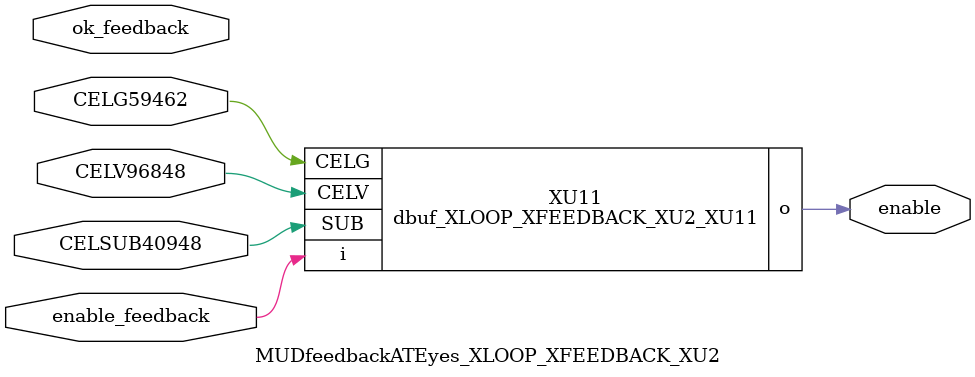
<source format=v>
module VESPAdftpulse_XLOOP_XFEEDBACK_XU2_XU18 (stop,pulse,start,CELG59462,CELV96848,CELSUB40948);
  input  stop;
  output  pulse;
  input  start;
  input  CELG59462;
  input  CELV96848;
  input  CELSUB40948;
endmodule

module dbuf_XLOOP_XFEEDBACK_XU2_XU11 (CELV,CELG,i,o,SUB);
  input  i;
  output  o;
  input  SUB;
  input  CELG;
  input  CELV;
endmodule

// ------------------------ Module Verilog ---------------
module MUDfeedbackATEyes_XLOOP_XFEEDBACK_XU2 (enable, CELG59462, CELV96848, CELSUB40948, ok_feedback, enable_feedback);
output  enable;
input  CELG59462;
input  CELV96848;
input  CELSUB40948;
input  ok_feedback;
input  enable_feedback;


// ------------------------ Wires ------------------------

// ------------------------ Networks ---------------------
VESPAdftpulse_XLOOP_XFEEDBACK_XU2_XU18 XU18 (
.stop(ok_feedback),
.pulse(net_12),
.start(enable),
.CELG59462(CELG59462),
.CELV96848(CELV96848),
.CELSUB40948(CELSUB40948)
);

dbuf_XLOOP_XFEEDBACK_XU2_XU11 XU11 (
.i(enable_feedback),
.o(enable),
.SUB(CELSUB40948),
.CELG(CELG59462),
.CELV(CELV96848)
);

endmodule


</source>
